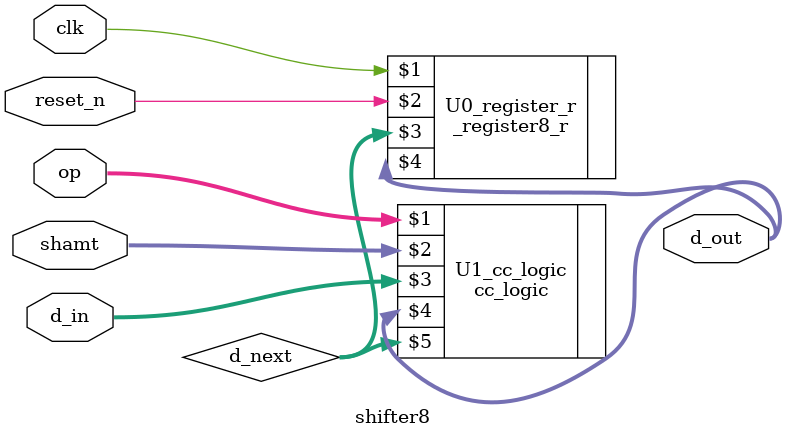
<source format=v>
module shifter8(clk,reset_n,op,shamt,d_in,d_out); //8-bits shifter
	input  clk, reset_n;
	input  [2:0] op;
	input  [1:0] shamt;
	input  [7:0] d_in;
	output [7:0] d_out;
	wire   [7:0] d_next;

	//instances 8-bits register & struct 8-bits shifter
	_register8_r U0_register_r(clk, reset_n, d_next, d_out);
	cc_logic 	 U1_cc_logic(op, shamt, d_in, d_out, d_next);
endmodule 
</source>
